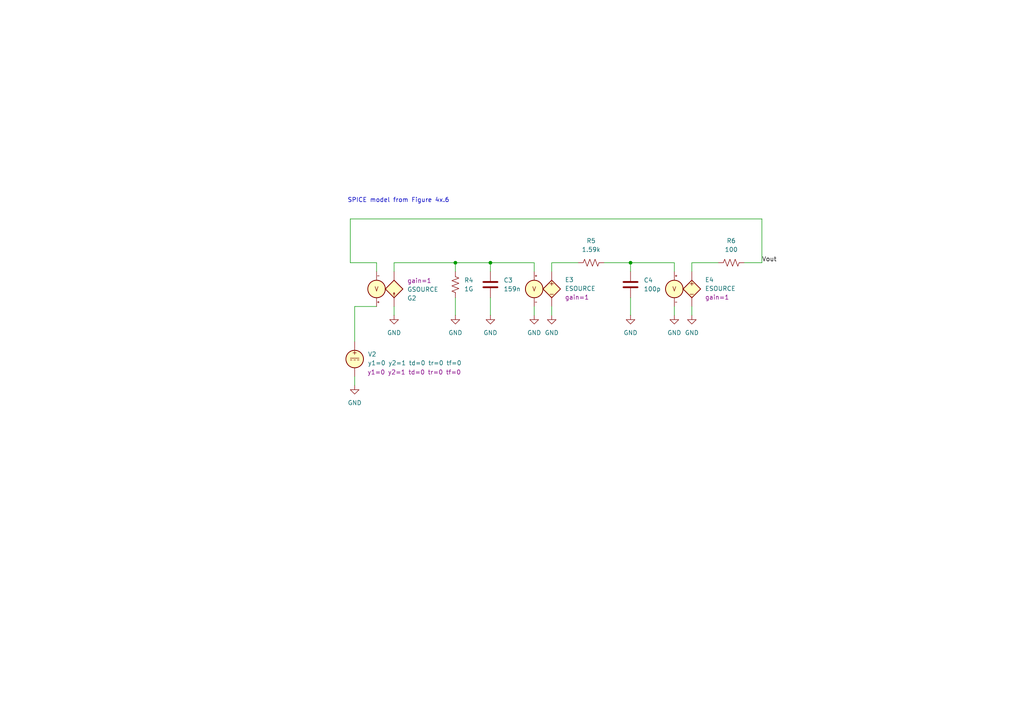
<source format=kicad_sch>
(kicad_sch (version 20250114) (generator "eeschema") (generator_version "9.0")
  (paper "A4")
  (lib_symbols
    (symbol "Device:C" (pin_numbers (hide yes)) (pin_names (offset 0.254))
      (property "Reference" "C" (at 0.635 2.54 0))
      (property "Value" "C" (at 0.635 -2.54 0))
      (symbol "C_0_1"
        (polyline (pts (xy -2.032 0.762) (xy 2.032 0.762)) (stroke (width 0.508)))
        (polyline (pts (xy -2.032 -0.762) (xy 2.032 -0.762)) (stroke (width 0.508)))
      )
      (symbol "C_1_1"
        (pin passive line (at 0 3.81 270) (length 2.794) (name "~") (number "1"))
        (pin passive line (at 0 -3.81 90) (length 2.794) (name "~") (number "2"))
      )
    )
    (symbol "Device:R_US" (pin_numbers (hide yes)) (pin_names (offset 0))
      (property "Reference" "R" (at 2.54 0 90))
      (property "Value" "R_US" (at -2.54 0 90))
      (symbol "R_US_0_1"
        (polyline (pts (xy 0 2.286) (xy 0 2.54)))
        (polyline (pts (xy 0 2.286) (xy 1.016 1.905) (xy 0 1.524) (xy -1.016 1.143) (xy 0 0.762)))
        (polyline (pts (xy 0 0.762) (xy 1.016 0.381) (xy 0 0) (xy -1.016 -0.381) (xy 0 -0.762)))
        (polyline (pts (xy 0 -0.762) (xy 1.016 -1.143) (xy 0 -1.524) (xy -1.016 -1.905) (xy 0 -2.286)))
        (polyline (pts (xy 0 -2.286) (xy 0 -2.54)))
      )
      (symbol "R_US_1_1"
        (pin passive line (at 0 3.81 270) (length 1.27) (name "~") (number "1"))
        (pin passive line (at 0 -3.81 90) (length 1.27) (name "~") (number "2"))
      )
    )
    (symbol "Simulation_SPICE:ESOURCE" (pin_numbers (hide yes)) (pin_names (offset 1.016) (hide yes))
      (property "Reference" "E" (at 2.54 2.54 0))
      (property "Value" "ESOURCE" (at 2.54 0 0))
      (property "Sim.Params" "type=\"E\" model=\"1\"" (at 2.54 -2.54 0))
      (symbol "ESOURCE_0_1"
        (polyline (pts (xy 0 2.032) (xy 0 1.016)))
      )
      (symbol "ESOURCE_1_1"
        (circle (center -5.08 0) (radius 2.54) (stroke (width 0.254)) (fill (type background)))
        (polyline (pts (xy -4.826 3.81) (xy -4.318 3.81)))
        (polyline (pts (xy -4.826 -3.81) (xy -4.318 -3.81)))
        (polyline (pts (xy -4.572 4.064) (xy -4.572 3.556)))
        (polyline (pts (xy 0 2.54) (xy -2.54 0) (xy 0 -2.54) (xy 2.54 0) (xy 0 2.54)) (stroke (width 0.254)) (fill (type background)))
        (polyline (pts (xy 0.508 1.524) (xy -0.508 1.524)))
        (polyline (pts (xy 0.508 -1.524) (xy -0.508 -1.524)))
        (text "V" (at -5.08 0 0) (effects (font (size 1.27 1.27))))
        (pin input line (at -5.08 5.08 270) (length 2.54) (name "C+") (number "3"))
        (pin input line (at -5.08 -5.08 90) (length 2.54) (name "C-") (number "4"))
        (pin passive line (at 0 5.08 270) (length 2.54) (name "N+") (number "1"))
        (pin passive line (at 0 -5.08 90) (length 2.54) (name "N-") (number "2"))
      )
    )
    (symbol "Simulation_SPICE:GSOURCE" (pin_numbers (hide yes)) (pin_names (offset 1.016) (hide yes))
      (property "Reference" "G" (at 2.54 2.54 0))
      (property "Value" "GSOURCE" (at 2.54 0 0))
      (property "Sim.Params" "type=\"G\" model=\"1\"" (at 2.54 -2.54 0))
      (symbol "GSOURCE_0_1"
        (polyline (pts (xy 0 2.032) (xy 0 1.016)))
        (polyline (pts (xy 0.254 1.524) (xy 0 1.016) (xy -0.254 1.524)))
      )
      (symbol "GSOURCE_1_1"
        (circle (center -5.08 0) (radius 2.54) (stroke (width 0.254)) (fill (type background)))
        (polyline (pts (xy -4.826 3.81) (xy -4.318 3.81)))
        (polyline (pts (xy -4.826 -3.81) (xy -4.318 -3.81)))
        (polyline (pts (xy -4.572 4.064) (xy -4.572 3.556)))
        (polyline (pts (xy 0 2.54) (xy -2.54 0) (xy 0 -2.54) (xy 2.54 0) (xy 0 2.54)) (stroke (width 0.254)) (fill (type background)))
        (text "V" (at -5.08 0 0) (effects (font (size 1.27 1.27))))
        (pin input line (at -5.08 5.08 270) (length 2.54) (name "C+") (number "3"))
        (pin input line (at -5.08 -5.08 90) (length 2.54) (name "C-") (number "4"))
        (pin passive line (at 0 5.08 270) (length 2.54) (name "N+") (number "1"))
        (pin passive line (at 0 -5.08 90) (length 2.54) (name "N-") (number "2"))
      )
    )
    (symbol "Simulation_SPICE:VDC" (pin_numbers (hide yes)) (pin_names (offset 0.0254))
      (property "Reference" "V" (at 2.54 2.54 0))
      (property "Value" "1" (at 2.54 0 0))
      (symbol "VDC_0_0"
        (polyline (pts (xy -1.27 0.254) (xy 1.27 0.254)))
        (polyline (pts (xy -0.762 -0.254) (xy -1.27 -0.254)))
        (polyline (pts (xy 0.254 -0.254) (xy -0.254 -0.254)))
        (polyline (pts (xy 1.27 -0.254) (xy 0.762 -0.254)))
        (text "+" (at 0 1.905 0) (effects (font (size 1.27 1.27))))
      )
      (symbol "VDC_0_1"
        (circle (center 0 0) (radius 2.54) (stroke (width 0.254)) (fill (type background)))
      )
      (symbol "VDC_1_1"
        (pin passive line (at 0 5.08 270) (length 2.54) (name "~") (number "1"))
        (pin passive line (at 0 -5.08 90) (length 2.54) (name "~") (number "2"))
      )
    )
    (symbol "power:GND" (power) (pin_numbers (hide yes)) (pin_names (offset 0) (hide yes))
      (property "Value" "GND" (at 0 -3.81 0))
      (symbol "GND_0_1"
        (polyline (pts (xy 0 0) (xy 0 -1.27) (xy 1.27 -1.27) (xy 0 -2.54) (xy -1.27 -1.27) (xy 0 -1.27)))
      )
      (symbol "GND_1_1"
        (pin power_in line (at 0 0 270) (length 0) (name "~") (number "1"))
      )
    )
  )
  (text "SPICE model from Figure 4x.6" (at 115.57 58.166 0) (effects (font (size 1.27 1.27))))
  (junction (at 182.88 76.2))
  (junction (at 132.08 76.2))
  (junction (at 142.24 76.2))
  (wire (pts (xy 132.08 86.36) (xy 132.08 91.44)))
  (wire (pts (xy 101.6 63.5) (xy 101.6 76.2)))
  (wire (pts (xy 102.87 88.9) (xy 109.22 88.9)))
  (wire (pts (xy 220.98 63.5) (xy 101.6 63.5)))
  (wire (pts (xy 160.02 76.2) (xy 160.02 78.74)))
  (wire (pts (xy 215.9 76.2) (xy 220.98 76.2)))
  (wire (pts (xy 109.22 76.2) (xy 109.22 78.74)))
  (wire (pts (xy 102.87 99.06) (xy 102.87 88.9)))
  (wire (pts (xy 142.24 76.2) (xy 142.24 78.74)))
  (wire (pts (xy 154.94 88.9) (xy 154.94 91.44)))
  (wire (pts (xy 132.08 76.2) (xy 132.08 78.74)))
  (wire (pts (xy 195.58 76.2) (xy 195.58 78.74)))
  (wire (pts (xy 132.08 76.2) (xy 142.24 76.2)))
  (wire (pts (xy 200.66 88.9) (xy 200.66 91.44)))
  (wire (pts (xy 182.88 76.2) (xy 195.58 76.2)))
  (wire (pts (xy 142.24 76.2) (xy 154.94 76.2)))
  (wire (pts (xy 160.02 88.9) (xy 160.02 91.44)))
  (wire (pts (xy 182.88 86.36) (xy 182.88 91.44)))
  (wire (pts (xy 200.66 78.74) (xy 200.66 76.2)))
  (wire (pts (xy 200.66 76.2) (xy 208.28 76.2)))
  (wire (pts (xy 114.3 88.9) (xy 114.3 91.44)))
  (wire (pts (xy 114.3 76.2) (xy 132.08 76.2)))
  (wire (pts (xy 142.24 86.36) (xy 142.24 91.44)))
  (wire (pts (xy 101.6 76.2) (xy 109.22 76.2)))
  (wire (pts (xy 114.3 78.74) (xy 114.3 76.2)))
  (wire (pts (xy 102.87 109.22) (xy 102.87 111.76)))
  (wire (pts (xy 154.94 76.2) (xy 154.94 78.74)))
  (wire (pts (xy 182.88 76.2) (xy 182.88 78.74)))
  (wire (pts (xy 220.98 76.2) (xy 220.98 63.5)))
  (wire (pts (xy 167.64 76.2) (xy 160.02 76.2)))
  (wire (pts (xy 175.26 76.2) (xy 182.88 76.2)))
  (wire (pts (xy 195.58 88.9) (xy 195.58 91.44)))
  (label "Vout" (at 220.98 76.2 0))
  (symbol (lib_id "power:GND") (at 142.24 91.44 0) (unit 1)
    (property "Reference" "#PWR013" (effects (hide yes)))
    (property "Value" "GND" (at 142.24 96.52 0))
    (property "Description" "Power symbol creates a global label with name \"GND\" , ground" (effects (hide yes)))
  )
  (symbol (lib_id "power:GND") (at 200.66 91.44 0) (unit 1)
    (property "Reference" "#PWR018" (effects (hide yes)))
    (property "Value" "GND" (at 200.66 96.52 0))
    (property "Description" "Power symbol creates a global label with name \"GND\" , ground" (effects (hide yes)))
  )
  (symbol (lib_id "Simulation_SPICE:GSOURCE") (at 114.3 83.82 0) (mirror x) (unit 1)
    (property "Reference" "G2" (at 118.11 86.4871 0) (effects (justify left)))
    (property "Value" "GSOURCE" (at 118.11 83.9471 0) (effects (justify left)))
    (property "Datasheet" "https://ngspice.sourceforge.io/docs/ngspice-html-manual/manual.xhtml#subsec_Gxxxx__Linear_Voltage_Controlled" (effects (hide yes)))
    (property "Description" "Voltage-controlled current source symbol for simulation only" (effects (hide yes)))
    (property "Sim.Device" "G" (effects (hide yes)))
    (property "Sim.Params" "gain=1" (at 118.11 81.4071 0) (effects (justify left)))
    (property "Sim.Pins" "1=+ 2=- 3=C+ 4=C-" (effects (hide yes)))
  )
  (symbol (lib_id "power:GND") (at 182.88 91.44 0) (unit 1)
    (property "Reference" "#PWR016" (effects (hide yes)))
    (property "Value" "GND" (at 182.88 96.52 0))
    (property "Description" "Power symbol creates a global label with name \"GND\" , ground" (effects (hide yes)))
  )
  (symbol (lib_id "power:GND") (at 195.58 91.44 0) (unit 1)
    (property "Reference" "#PWR017" (effects (hide yes)))
    (property "Value" "GND" (at 195.58 96.52 0))
    (property "Description" "Power symbol creates a global label with name \"GND\" , ground" (effects (hide yes)))
  )
  (symbol (lib_id "power:GND") (at 102.87 111.76 0) (unit 1)
    (property "Reference" "#PWR010" (effects (hide yes)))
    (property "Value" "GND" (at 102.87 116.84 0))
    (property "Description" "Power symbol creates a global label with name \"GND\" , ground" (effects (hide yes)))
  )
  (symbol (lib_id "Device:C") (at 142.24 82.55 0) (unit 1)
    (property "Reference" "C3" (at 146.05 81.2799 0) (effects (justify left)))
    (property "Value" "159n" (at 146.05 83.8199 0) (effects (justify left)))
    (property "Description" "Unpolarized capacitor" (effects (hide yes)))
  )
  (symbol (lib_id "power:GND") (at 132.08 91.44 0) (unit 1)
    (property "Reference" "#PWR012" (effects (hide yes)))
    (property "Value" "GND" (at 132.08 96.52 0))
    (property "Description" "Power symbol creates a global label with name \"GND\" , ground" (effects (hide yes)))
  )
  (symbol (lib_id "Device:R_US") (at 171.45 76.2 90) (unit 1)
    (property "Reference" "R5" (at 171.45 69.85 90))
    (property "Value" "1.59k" (at 171.45 72.39 90))
    (property "Description" "Resistor, US symbol" (effects (hide yes)))
  )
  (symbol (lib_id "Device:R_US") (at 132.08 82.55 0) (unit 1)
    (property "Reference" "R4" (at 134.62 81.2799 0) (effects (justify left)))
    (property "Value" "1G" (at 134.62 83.8199 0) (effects (justify left)))
    (property "Description" "Resistor, US symbol" (effects (hide yes)))
  )
  (symbol (lib_id "Simulation_SPICE:VDC") (at 102.87 104.14 0) (unit 1)
    (property "Reference" "V2" (at 106.68 102.7401 0) (effects (justify left)))
    (property "Value" "${SIM.PARAMS}" (at 106.68 105.2801 0) (effects (justify left)))
    (property "Datasheet" "https://ngspice.sourceforge.io/docs/ngspice-html-manual/manual.xhtml#sec_Independent_Sources_for" (effects (hide yes)))
    (property "Description" "Voltage source, DC" (effects (hide yes)))
    (property "Sim.Pins" "1=+ 2=-" (effects (hide yes)))
    (property "Sim.Type" "PULSE" (effects (hide yes)))
    (property "Sim.Device" "V" (effects (hide yes)))
    (property "Sim.Params" "y1=0 y2=1 td=0 tr=0 tf=0" (at 120.142 107.95 0))
  )
  (symbol (lib_id "Device:R_US") (at 212.09 76.2 90) (unit 1)
    (property "Reference" "R6" (at 212.09 69.85 90))
    (property "Value" "100" (at 212.09 72.39 90))
    (property "Description" "Resistor, US symbol" (effects (hide yes)))
  )
  (symbol (lib_id "Simulation_SPICE:ESOURCE") (at 200.66 83.82 0) (unit 1)
    (property "Reference" "E4" (at 204.47 81.1529 0) (effects (justify left)))
    (property "Value" "ESOURCE" (at 204.47 83.6929 0) (effects (justify left)))
    (property "Datasheet" "https://ngspice.sourceforge.io/docs/ngspice-html-manual/manual.xhtml#subsec_Exxxx__Linear_Voltage_Controlled" (effects (hide yes)))
    (property "Description" "Voltage-controlled voltage source symbol for simulation only" (effects (hide yes)))
    (property "Sim.Device" "E" (effects (hide yes)))
    (property "Sim.Params" "gain=1" (at 204.47 86.2329 0) (effects (justify left)))
    (property "Sim.Pins" "1=+ 2=- 3=C+ 4=C-" (effects (hide yes)))
  )
  (symbol (lib_id "Simulation_SPICE:ESOURCE") (at 160.02 83.82 0) (unit 1)
    (property "Reference" "E3" (at 163.83 81.1529 0) (effects (justify left)))
    (property "Value" "ESOURCE" (at 163.83 83.6929 0) (effects (justify left)))
    (property "Datasheet" "https://ngspice.sourceforge.io/docs/ngspice-html-manual/manual.xhtml#subsec_Exxxx__Linear_Voltage_Controlled" (effects (hide yes)))
    (property "Description" "Voltage-controlled voltage source symbol for simulation only" (effects (hide yes)))
    (property "Sim.Device" "E" (effects (hide yes)))
    (property "Sim.Params" "gain=1" (at 163.83 86.2329 0) (effects (justify left)))
    (property "Sim.Pins" "1=+ 2=- 3=C+ 4=C-" (effects (hide yes)))
  )
  (symbol (lib_id "power:GND") (at 114.3 91.44 0) (unit 1)
    (property "Reference" "#PWR011" (effects (hide yes)))
    (property "Value" "GND" (at 114.3 96.52 0))
    (property "Description" "Power symbol creates a global label with name \"GND\" , ground" (effects (hide yes)))
  )
  (symbol (lib_id "Device:C") (at 182.88 82.55 0) (unit 1)
    (property "Reference" "C4" (at 186.69 81.2799 0) (effects (justify left)))
    (property "Value" "100p" (at 186.69 83.8199 0) (effects (justify left)))
    (property "Description" "Unpolarized capacitor" (effects (hide yes)))
  )
  (symbol (lib_id "power:GND") (at 160.02 91.44 0) (unit 1)
    (property "Reference" "#PWR015" (effects (hide yes)))
    (property "Value" "GND" (at 160.02 96.52 0))
    (property "Description" "Power symbol creates a global label with name \"GND\" , ground" (effects (hide yes)))
  )
  (symbol (lib_id "power:GND") (at 154.94 91.44 0) (unit 1)
    (property "Reference" "#PWR014" (effects (hide yes)))
    (property "Value" "GND" (at 154.94 96.52 0))
    (property "Description" "Power symbol creates a global label with name \"GND\" , ground" (effects (hide yes)))
  )
)
</source>
